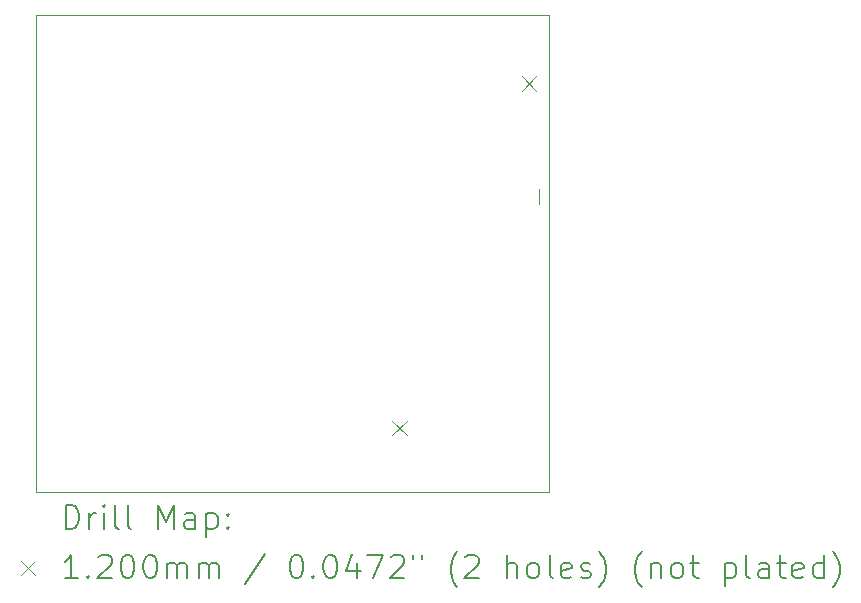
<source format=gbr>
%TF.GenerationSoftware,KiCad,Pcbnew,(6.0.7-1)-1*%
%TF.CreationDate,2022-09-04T19:45:29+02:00*%
%TF.ProjectId,PEQUENA,50455155-454e-4412-9e6b-696361645f70,rev?*%
%TF.SameCoordinates,Original*%
%TF.FileFunction,Drillmap*%
%TF.FilePolarity,Positive*%
%FSLAX45Y45*%
G04 Gerber Fmt 4.5, Leading zero omitted, Abs format (unit mm)*
G04 Created by KiCad (PCBNEW (6.0.7-1)-1) date 2022-09-04 19:45:29*
%MOMM*%
%LPD*%
G01*
G04 APERTURE LIST*
%ADD10C,0.050000*%
%ADD11C,0.200000*%
%ADD12C,0.120000*%
G04 APERTURE END LIST*
D10*
X8097200Y-4573200D02*
X8097200Y-4446200D01*
X3835400Y-2971800D02*
X8178800Y-2971800D01*
X8178800Y-2971800D02*
X8178800Y-7010400D01*
X8178800Y-7010400D02*
X3835400Y-7010400D01*
X3835400Y-7010400D02*
X3835400Y-2971800D01*
D11*
D12*
X6855000Y-6412500D02*
X6975000Y-6532500D01*
X6975000Y-6412500D02*
X6855000Y-6532500D01*
X7948600Y-3492800D02*
X8068600Y-3612800D01*
X8068600Y-3492800D02*
X7948600Y-3612800D01*
D11*
X4090519Y-7323376D02*
X4090519Y-7123376D01*
X4138138Y-7123376D01*
X4166709Y-7132900D01*
X4185757Y-7151948D01*
X4195281Y-7170995D01*
X4204805Y-7209090D01*
X4204805Y-7237662D01*
X4195281Y-7275757D01*
X4185757Y-7294805D01*
X4166709Y-7313852D01*
X4138138Y-7323376D01*
X4090519Y-7323376D01*
X4290519Y-7323376D02*
X4290519Y-7190043D01*
X4290519Y-7228138D02*
X4300043Y-7209090D01*
X4309567Y-7199567D01*
X4328614Y-7190043D01*
X4347662Y-7190043D01*
X4414329Y-7323376D02*
X4414329Y-7190043D01*
X4414329Y-7123376D02*
X4404805Y-7132900D01*
X4414329Y-7142424D01*
X4423852Y-7132900D01*
X4414329Y-7123376D01*
X4414329Y-7142424D01*
X4538138Y-7323376D02*
X4519090Y-7313852D01*
X4509567Y-7294805D01*
X4509567Y-7123376D01*
X4642900Y-7323376D02*
X4623852Y-7313852D01*
X4614329Y-7294805D01*
X4614329Y-7123376D01*
X4871471Y-7323376D02*
X4871471Y-7123376D01*
X4938138Y-7266233D01*
X5004805Y-7123376D01*
X5004805Y-7323376D01*
X5185757Y-7323376D02*
X5185757Y-7218614D01*
X5176233Y-7199567D01*
X5157186Y-7190043D01*
X5119090Y-7190043D01*
X5100043Y-7199567D01*
X5185757Y-7313852D02*
X5166710Y-7323376D01*
X5119090Y-7323376D01*
X5100043Y-7313852D01*
X5090519Y-7294805D01*
X5090519Y-7275757D01*
X5100043Y-7256709D01*
X5119090Y-7247186D01*
X5166710Y-7247186D01*
X5185757Y-7237662D01*
X5280995Y-7190043D02*
X5280995Y-7390043D01*
X5280995Y-7199567D02*
X5300043Y-7190043D01*
X5338138Y-7190043D01*
X5357186Y-7199567D01*
X5366710Y-7209090D01*
X5376233Y-7228138D01*
X5376233Y-7285281D01*
X5366710Y-7304328D01*
X5357186Y-7313852D01*
X5338138Y-7323376D01*
X5300043Y-7323376D01*
X5280995Y-7313852D01*
X5461948Y-7304328D02*
X5471471Y-7313852D01*
X5461948Y-7323376D01*
X5452424Y-7313852D01*
X5461948Y-7304328D01*
X5461948Y-7323376D01*
X5461948Y-7199567D02*
X5471471Y-7209090D01*
X5461948Y-7218614D01*
X5452424Y-7209090D01*
X5461948Y-7199567D01*
X5461948Y-7218614D01*
D12*
X3712900Y-7592900D02*
X3832900Y-7712900D01*
X3832900Y-7592900D02*
X3712900Y-7712900D01*
D11*
X4195281Y-7743376D02*
X4080995Y-7743376D01*
X4138138Y-7743376D02*
X4138138Y-7543376D01*
X4119090Y-7571948D01*
X4100043Y-7590995D01*
X4080995Y-7600519D01*
X4280995Y-7724328D02*
X4290519Y-7733852D01*
X4280995Y-7743376D01*
X4271471Y-7733852D01*
X4280995Y-7724328D01*
X4280995Y-7743376D01*
X4366710Y-7562424D02*
X4376233Y-7552900D01*
X4395281Y-7543376D01*
X4442900Y-7543376D01*
X4461948Y-7552900D01*
X4471471Y-7562424D01*
X4480995Y-7581471D01*
X4480995Y-7600519D01*
X4471471Y-7629090D01*
X4357186Y-7743376D01*
X4480995Y-7743376D01*
X4604805Y-7543376D02*
X4623852Y-7543376D01*
X4642900Y-7552900D01*
X4652424Y-7562424D01*
X4661948Y-7581471D01*
X4671471Y-7619567D01*
X4671471Y-7667186D01*
X4661948Y-7705281D01*
X4652424Y-7724328D01*
X4642900Y-7733852D01*
X4623852Y-7743376D01*
X4604805Y-7743376D01*
X4585757Y-7733852D01*
X4576233Y-7724328D01*
X4566710Y-7705281D01*
X4557186Y-7667186D01*
X4557186Y-7619567D01*
X4566710Y-7581471D01*
X4576233Y-7562424D01*
X4585757Y-7552900D01*
X4604805Y-7543376D01*
X4795281Y-7543376D02*
X4814329Y-7543376D01*
X4833376Y-7552900D01*
X4842900Y-7562424D01*
X4852424Y-7581471D01*
X4861948Y-7619567D01*
X4861948Y-7667186D01*
X4852424Y-7705281D01*
X4842900Y-7724328D01*
X4833376Y-7733852D01*
X4814329Y-7743376D01*
X4795281Y-7743376D01*
X4776233Y-7733852D01*
X4766710Y-7724328D01*
X4757186Y-7705281D01*
X4747662Y-7667186D01*
X4747662Y-7619567D01*
X4757186Y-7581471D01*
X4766710Y-7562424D01*
X4776233Y-7552900D01*
X4795281Y-7543376D01*
X4947662Y-7743376D02*
X4947662Y-7610043D01*
X4947662Y-7629090D02*
X4957186Y-7619567D01*
X4976233Y-7610043D01*
X5004805Y-7610043D01*
X5023852Y-7619567D01*
X5033376Y-7638614D01*
X5033376Y-7743376D01*
X5033376Y-7638614D02*
X5042900Y-7619567D01*
X5061948Y-7610043D01*
X5090519Y-7610043D01*
X5109567Y-7619567D01*
X5119090Y-7638614D01*
X5119090Y-7743376D01*
X5214329Y-7743376D02*
X5214329Y-7610043D01*
X5214329Y-7629090D02*
X5223852Y-7619567D01*
X5242900Y-7610043D01*
X5271471Y-7610043D01*
X5290519Y-7619567D01*
X5300043Y-7638614D01*
X5300043Y-7743376D01*
X5300043Y-7638614D02*
X5309567Y-7619567D01*
X5328614Y-7610043D01*
X5357186Y-7610043D01*
X5376233Y-7619567D01*
X5385757Y-7638614D01*
X5385757Y-7743376D01*
X5776233Y-7533852D02*
X5604805Y-7790995D01*
X6033376Y-7543376D02*
X6052424Y-7543376D01*
X6071471Y-7552900D01*
X6080995Y-7562424D01*
X6090519Y-7581471D01*
X6100043Y-7619567D01*
X6100043Y-7667186D01*
X6090519Y-7705281D01*
X6080995Y-7724328D01*
X6071471Y-7733852D01*
X6052424Y-7743376D01*
X6033376Y-7743376D01*
X6014328Y-7733852D01*
X6004805Y-7724328D01*
X5995281Y-7705281D01*
X5985757Y-7667186D01*
X5985757Y-7619567D01*
X5995281Y-7581471D01*
X6004805Y-7562424D01*
X6014328Y-7552900D01*
X6033376Y-7543376D01*
X6185757Y-7724328D02*
X6195281Y-7733852D01*
X6185757Y-7743376D01*
X6176233Y-7733852D01*
X6185757Y-7724328D01*
X6185757Y-7743376D01*
X6319090Y-7543376D02*
X6338138Y-7543376D01*
X6357186Y-7552900D01*
X6366709Y-7562424D01*
X6376233Y-7581471D01*
X6385757Y-7619567D01*
X6385757Y-7667186D01*
X6376233Y-7705281D01*
X6366709Y-7724328D01*
X6357186Y-7733852D01*
X6338138Y-7743376D01*
X6319090Y-7743376D01*
X6300043Y-7733852D01*
X6290519Y-7724328D01*
X6280995Y-7705281D01*
X6271471Y-7667186D01*
X6271471Y-7619567D01*
X6280995Y-7581471D01*
X6290519Y-7562424D01*
X6300043Y-7552900D01*
X6319090Y-7543376D01*
X6557186Y-7610043D02*
X6557186Y-7743376D01*
X6509567Y-7533852D02*
X6461948Y-7676709D01*
X6585757Y-7676709D01*
X6642900Y-7543376D02*
X6776233Y-7543376D01*
X6690519Y-7743376D01*
X6842900Y-7562424D02*
X6852424Y-7552900D01*
X6871471Y-7543376D01*
X6919090Y-7543376D01*
X6938138Y-7552900D01*
X6947662Y-7562424D01*
X6957186Y-7581471D01*
X6957186Y-7600519D01*
X6947662Y-7629090D01*
X6833376Y-7743376D01*
X6957186Y-7743376D01*
X7033376Y-7543376D02*
X7033376Y-7581471D01*
X7109567Y-7543376D02*
X7109567Y-7581471D01*
X7404805Y-7819567D02*
X7395281Y-7810043D01*
X7376233Y-7781471D01*
X7366709Y-7762424D01*
X7357186Y-7733852D01*
X7347662Y-7686233D01*
X7347662Y-7648138D01*
X7357186Y-7600519D01*
X7366709Y-7571948D01*
X7376233Y-7552900D01*
X7395281Y-7524328D01*
X7404805Y-7514805D01*
X7471471Y-7562424D02*
X7480995Y-7552900D01*
X7500043Y-7543376D01*
X7547662Y-7543376D01*
X7566709Y-7552900D01*
X7576233Y-7562424D01*
X7585757Y-7581471D01*
X7585757Y-7600519D01*
X7576233Y-7629090D01*
X7461948Y-7743376D01*
X7585757Y-7743376D01*
X7823852Y-7743376D02*
X7823852Y-7543376D01*
X7909567Y-7743376D02*
X7909567Y-7638614D01*
X7900043Y-7619567D01*
X7880995Y-7610043D01*
X7852424Y-7610043D01*
X7833376Y-7619567D01*
X7823852Y-7629090D01*
X8033376Y-7743376D02*
X8014328Y-7733852D01*
X8004805Y-7724328D01*
X7995281Y-7705281D01*
X7995281Y-7648138D01*
X8004805Y-7629090D01*
X8014328Y-7619567D01*
X8033376Y-7610043D01*
X8061948Y-7610043D01*
X8080995Y-7619567D01*
X8090519Y-7629090D01*
X8100043Y-7648138D01*
X8100043Y-7705281D01*
X8090519Y-7724328D01*
X8080995Y-7733852D01*
X8061948Y-7743376D01*
X8033376Y-7743376D01*
X8214328Y-7743376D02*
X8195281Y-7733852D01*
X8185757Y-7714805D01*
X8185757Y-7543376D01*
X8366709Y-7733852D02*
X8347662Y-7743376D01*
X8309567Y-7743376D01*
X8290519Y-7733852D01*
X8280995Y-7714805D01*
X8280995Y-7638614D01*
X8290519Y-7619567D01*
X8309567Y-7610043D01*
X8347662Y-7610043D01*
X8366709Y-7619567D01*
X8376233Y-7638614D01*
X8376233Y-7657662D01*
X8280995Y-7676709D01*
X8452424Y-7733852D02*
X8471471Y-7743376D01*
X8509567Y-7743376D01*
X8528614Y-7733852D01*
X8538138Y-7714805D01*
X8538138Y-7705281D01*
X8528614Y-7686233D01*
X8509567Y-7676709D01*
X8480995Y-7676709D01*
X8461948Y-7667186D01*
X8452424Y-7648138D01*
X8452424Y-7638614D01*
X8461948Y-7619567D01*
X8480995Y-7610043D01*
X8509567Y-7610043D01*
X8528614Y-7619567D01*
X8604805Y-7819567D02*
X8614329Y-7810043D01*
X8633376Y-7781471D01*
X8642900Y-7762424D01*
X8652424Y-7733852D01*
X8661948Y-7686233D01*
X8661948Y-7648138D01*
X8652424Y-7600519D01*
X8642900Y-7571948D01*
X8633376Y-7552900D01*
X8614329Y-7524328D01*
X8604805Y-7514805D01*
X8966710Y-7819567D02*
X8957186Y-7810043D01*
X8938138Y-7781471D01*
X8928614Y-7762424D01*
X8919090Y-7733852D01*
X8909567Y-7686233D01*
X8909567Y-7648138D01*
X8919090Y-7600519D01*
X8928614Y-7571948D01*
X8938138Y-7552900D01*
X8957186Y-7524328D01*
X8966710Y-7514805D01*
X9042900Y-7610043D02*
X9042900Y-7743376D01*
X9042900Y-7629090D02*
X9052424Y-7619567D01*
X9071471Y-7610043D01*
X9100043Y-7610043D01*
X9119090Y-7619567D01*
X9128614Y-7638614D01*
X9128614Y-7743376D01*
X9252424Y-7743376D02*
X9233376Y-7733852D01*
X9223852Y-7724328D01*
X9214329Y-7705281D01*
X9214329Y-7648138D01*
X9223852Y-7629090D01*
X9233376Y-7619567D01*
X9252424Y-7610043D01*
X9280995Y-7610043D01*
X9300043Y-7619567D01*
X9309567Y-7629090D01*
X9319090Y-7648138D01*
X9319090Y-7705281D01*
X9309567Y-7724328D01*
X9300043Y-7733852D01*
X9280995Y-7743376D01*
X9252424Y-7743376D01*
X9376233Y-7610043D02*
X9452424Y-7610043D01*
X9404805Y-7543376D02*
X9404805Y-7714805D01*
X9414329Y-7733852D01*
X9433376Y-7743376D01*
X9452424Y-7743376D01*
X9671471Y-7610043D02*
X9671471Y-7810043D01*
X9671471Y-7619567D02*
X9690519Y-7610043D01*
X9728614Y-7610043D01*
X9747662Y-7619567D01*
X9757186Y-7629090D01*
X9766710Y-7648138D01*
X9766710Y-7705281D01*
X9757186Y-7724328D01*
X9747662Y-7733852D01*
X9728614Y-7743376D01*
X9690519Y-7743376D01*
X9671471Y-7733852D01*
X9880995Y-7743376D02*
X9861948Y-7733852D01*
X9852424Y-7714805D01*
X9852424Y-7543376D01*
X10042900Y-7743376D02*
X10042900Y-7638614D01*
X10033376Y-7619567D01*
X10014329Y-7610043D01*
X9976233Y-7610043D01*
X9957186Y-7619567D01*
X10042900Y-7733852D02*
X10023852Y-7743376D01*
X9976233Y-7743376D01*
X9957186Y-7733852D01*
X9947662Y-7714805D01*
X9947662Y-7695757D01*
X9957186Y-7676709D01*
X9976233Y-7667186D01*
X10023852Y-7667186D01*
X10042900Y-7657662D01*
X10109567Y-7610043D02*
X10185757Y-7610043D01*
X10138138Y-7543376D02*
X10138138Y-7714805D01*
X10147662Y-7733852D01*
X10166710Y-7743376D01*
X10185757Y-7743376D01*
X10328614Y-7733852D02*
X10309567Y-7743376D01*
X10271471Y-7743376D01*
X10252424Y-7733852D01*
X10242900Y-7714805D01*
X10242900Y-7638614D01*
X10252424Y-7619567D01*
X10271471Y-7610043D01*
X10309567Y-7610043D01*
X10328614Y-7619567D01*
X10338138Y-7638614D01*
X10338138Y-7657662D01*
X10242900Y-7676709D01*
X10509567Y-7743376D02*
X10509567Y-7543376D01*
X10509567Y-7733852D02*
X10490519Y-7743376D01*
X10452424Y-7743376D01*
X10433376Y-7733852D01*
X10423852Y-7724328D01*
X10414329Y-7705281D01*
X10414329Y-7648138D01*
X10423852Y-7629090D01*
X10433376Y-7619567D01*
X10452424Y-7610043D01*
X10490519Y-7610043D01*
X10509567Y-7619567D01*
X10585757Y-7819567D02*
X10595281Y-7810043D01*
X10614329Y-7781471D01*
X10623852Y-7762424D01*
X10633376Y-7733852D01*
X10642900Y-7686233D01*
X10642900Y-7648138D01*
X10633376Y-7600519D01*
X10623852Y-7571948D01*
X10614329Y-7552900D01*
X10595281Y-7524328D01*
X10585757Y-7514805D01*
M02*

</source>
